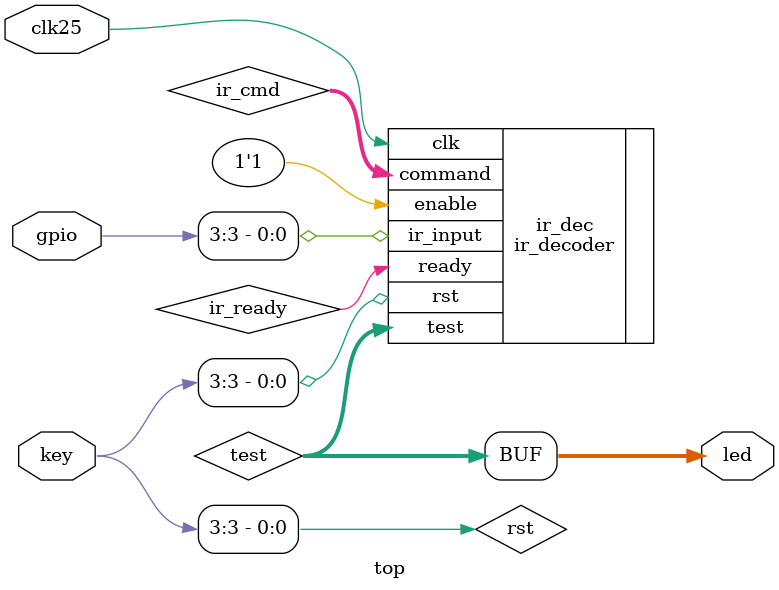
<source format=v>
module top (
	input wire clk25,
	inout wire [3:0] gpio,
	output wire [3:0] led,
	input wire [3:0] key
);

	wire [3:0] test;
	wire rst;
	wire ir_ready;
	wire [31:0] ir_cmd;

	assign rst = key[3];

//	assign led[3] = ir_cmd[30];
//	assign led[2] = ir_cmd[20];
//	assign led[1] = ir_cmd[11];
//	assign led[0] = ir_cmd[0];
//	assign led[3:0] = ir_cmd[3:0];

//	assign gpio[1:0] = test[1:0];
//	assign gpio[2] = test[2];
	assign led[3:0] = test[3:0];

	ir_decoder ir_dec(
			.clk(clk25),
			.rst(rst),
			.enable(1'b1),
			.ir_input(gpio[3]),
			.ready(ir_ready),
			.command(ir_cmd),
			.test(test[3:0]));

/*	always_ff @(posedge clk25 or posedge rst)
	begin
		if(rst) begin

		end else begin
			// To-Do

		end

	end*/
endmodule

</source>
